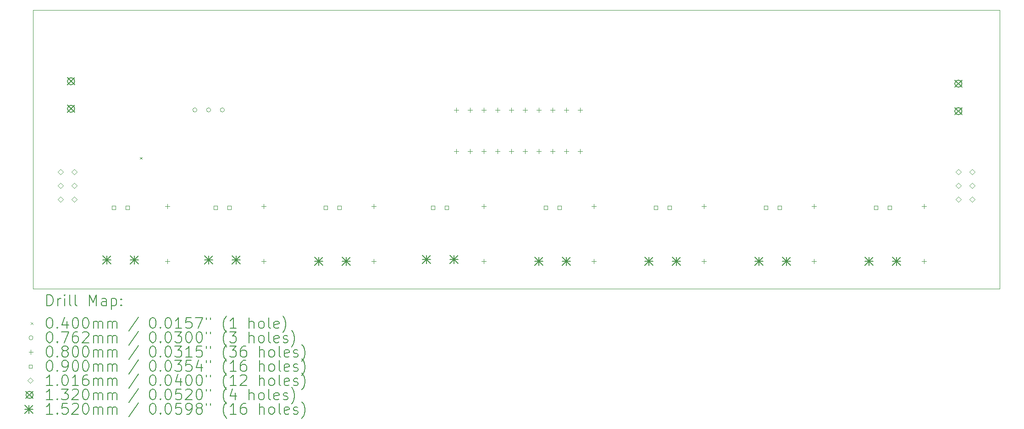
<source format=gbr>
%FSLAX45Y45*%
G04 Gerber Fmt 4.5, Leading zero omitted, Abs format (unit mm)*
G04 Created by KiCad (PCBNEW 6.0.2-378541a8eb~116~ubuntu20.04.1) date 2022-03-18 17:45:32*
%MOMM*%
%LPD*%
G01*
G04 APERTURE LIST*
%TA.AperFunction,Profile*%
%ADD10C,0.050000*%
%TD*%
%ADD11C,0.200000*%
%ADD12C,0.040000*%
%ADD13C,0.076200*%
%ADD14C,0.080000*%
%ADD15C,0.090000*%
%ADD16C,0.101600*%
%ADD17C,0.132000*%
%ADD18C,0.152000*%
G04 APERTURE END LIST*
D10*
X4127500Y-6794500D02*
X21971000Y-6794500D01*
X21971000Y-6794500D02*
X21971000Y-11938000D01*
X21971000Y-11938000D02*
X4127500Y-11938000D01*
X4127500Y-11938000D02*
X4127500Y-6794500D01*
D11*
D12*
X6101400Y-9505000D02*
X6141400Y-9545000D01*
X6141400Y-9505000D02*
X6101400Y-9545000D01*
D13*
X7150100Y-8636000D02*
G75*
G03*
X7150100Y-8636000I-38100J0D01*
G01*
X7404100Y-8636000D02*
G75*
G03*
X7404100Y-8636000I-38100J0D01*
G01*
X7658100Y-8636000D02*
G75*
G03*
X7658100Y-8636000I-38100J0D01*
G01*
D14*
X6604000Y-10374000D02*
X6604000Y-10454000D01*
X6564000Y-10414000D02*
X6644000Y-10414000D01*
X6604000Y-11390000D02*
X6604000Y-11470000D01*
X6564000Y-11430000D02*
X6644000Y-11430000D01*
X8382000Y-10374000D02*
X8382000Y-10454000D01*
X8342000Y-10414000D02*
X8422000Y-10414000D01*
X8382000Y-11390000D02*
X8382000Y-11470000D01*
X8342000Y-11430000D02*
X8422000Y-11430000D01*
X10414000Y-10374000D02*
X10414000Y-10454000D01*
X10374000Y-10414000D02*
X10454000Y-10414000D01*
X10414000Y-11390000D02*
X10414000Y-11470000D01*
X10374000Y-11430000D02*
X10454000Y-11430000D01*
X11938000Y-8596000D02*
X11938000Y-8676000D01*
X11898000Y-8636000D02*
X11978000Y-8636000D01*
X11938000Y-9358000D02*
X11938000Y-9438000D01*
X11898000Y-9398000D02*
X11978000Y-9398000D01*
X12192000Y-8596000D02*
X12192000Y-8676000D01*
X12152000Y-8636000D02*
X12232000Y-8636000D01*
X12192000Y-9358000D02*
X12192000Y-9438000D01*
X12152000Y-9398000D02*
X12232000Y-9398000D01*
X12446000Y-8596000D02*
X12446000Y-8676000D01*
X12406000Y-8636000D02*
X12486000Y-8636000D01*
X12446000Y-9358000D02*
X12446000Y-9438000D01*
X12406000Y-9398000D02*
X12486000Y-9398000D01*
X12446000Y-10374000D02*
X12446000Y-10454000D01*
X12406000Y-10414000D02*
X12486000Y-10414000D01*
X12446000Y-11390000D02*
X12446000Y-11470000D01*
X12406000Y-11430000D02*
X12486000Y-11430000D01*
X12700000Y-8596000D02*
X12700000Y-8676000D01*
X12660000Y-8636000D02*
X12740000Y-8636000D01*
X12700000Y-9358000D02*
X12700000Y-9438000D01*
X12660000Y-9398000D02*
X12740000Y-9398000D01*
X12954000Y-8596000D02*
X12954000Y-8676000D01*
X12914000Y-8636000D02*
X12994000Y-8636000D01*
X12954000Y-9358000D02*
X12954000Y-9438000D01*
X12914000Y-9398000D02*
X12994000Y-9398000D01*
X13208000Y-8596000D02*
X13208000Y-8676000D01*
X13168000Y-8636000D02*
X13248000Y-8636000D01*
X13208000Y-9358000D02*
X13208000Y-9438000D01*
X13168000Y-9398000D02*
X13248000Y-9398000D01*
X13462000Y-8596000D02*
X13462000Y-8676000D01*
X13422000Y-8636000D02*
X13502000Y-8636000D01*
X13462000Y-9358000D02*
X13462000Y-9438000D01*
X13422000Y-9398000D02*
X13502000Y-9398000D01*
X13716000Y-8596000D02*
X13716000Y-8676000D01*
X13676000Y-8636000D02*
X13756000Y-8636000D01*
X13716000Y-9358000D02*
X13716000Y-9438000D01*
X13676000Y-9398000D02*
X13756000Y-9398000D01*
X13970000Y-8596000D02*
X13970000Y-8676000D01*
X13930000Y-8636000D02*
X14010000Y-8636000D01*
X13970000Y-9358000D02*
X13970000Y-9438000D01*
X13930000Y-9398000D02*
X14010000Y-9398000D01*
X14224000Y-8596000D02*
X14224000Y-8676000D01*
X14184000Y-8636000D02*
X14264000Y-8636000D01*
X14224000Y-9358000D02*
X14224000Y-9438000D01*
X14184000Y-9398000D02*
X14264000Y-9398000D01*
X14478000Y-10374000D02*
X14478000Y-10454000D01*
X14438000Y-10414000D02*
X14518000Y-10414000D01*
X14478000Y-11390000D02*
X14478000Y-11470000D01*
X14438000Y-11430000D02*
X14518000Y-11430000D01*
X16510000Y-10374000D02*
X16510000Y-10454000D01*
X16470000Y-10414000D02*
X16550000Y-10414000D01*
X16510000Y-11390000D02*
X16510000Y-11470000D01*
X16470000Y-11430000D02*
X16550000Y-11430000D01*
X18542000Y-10374000D02*
X18542000Y-10454000D01*
X18502000Y-10414000D02*
X18582000Y-10414000D01*
X18542000Y-11390000D02*
X18542000Y-11470000D01*
X18502000Y-11430000D02*
X18582000Y-11430000D01*
X20574000Y-10374000D02*
X20574000Y-10454000D01*
X20534000Y-10414000D02*
X20614000Y-10414000D01*
X20574000Y-11390000D02*
X20574000Y-11470000D01*
X20534000Y-11430000D02*
X20614000Y-11430000D01*
D15*
X5644720Y-10471220D02*
X5644720Y-10407580D01*
X5581080Y-10407580D01*
X5581080Y-10471220D01*
X5644720Y-10471220D01*
X5898720Y-10471220D02*
X5898720Y-10407580D01*
X5835080Y-10407580D01*
X5835080Y-10471220D01*
X5898720Y-10471220D01*
X7524320Y-10471220D02*
X7524320Y-10407580D01*
X7460680Y-10407580D01*
X7460680Y-10471220D01*
X7524320Y-10471220D01*
X7778320Y-10471220D02*
X7778320Y-10407580D01*
X7714680Y-10407580D01*
X7714680Y-10471220D01*
X7778320Y-10471220D01*
X9556320Y-10471220D02*
X9556320Y-10407580D01*
X9492680Y-10407580D01*
X9492680Y-10471220D01*
X9556320Y-10471220D01*
X9810320Y-10471220D02*
X9810320Y-10407580D01*
X9746680Y-10407580D01*
X9746680Y-10471220D01*
X9810320Y-10471220D01*
X11537520Y-10471220D02*
X11537520Y-10407580D01*
X11473880Y-10407580D01*
X11473880Y-10471220D01*
X11537520Y-10471220D01*
X11791520Y-10471220D02*
X11791520Y-10407580D01*
X11727880Y-10407580D01*
X11727880Y-10471220D01*
X11791520Y-10471220D01*
X13620320Y-10471220D02*
X13620320Y-10407580D01*
X13556680Y-10407580D01*
X13556680Y-10471220D01*
X13620320Y-10471220D01*
X13874320Y-10471220D02*
X13874320Y-10407580D01*
X13810680Y-10407580D01*
X13810680Y-10471220D01*
X13874320Y-10471220D01*
X15652320Y-10471220D02*
X15652320Y-10407580D01*
X15588680Y-10407580D01*
X15588680Y-10471220D01*
X15652320Y-10471220D01*
X15906320Y-10471220D02*
X15906320Y-10407580D01*
X15842680Y-10407580D01*
X15842680Y-10471220D01*
X15906320Y-10471220D01*
X17684320Y-10471220D02*
X17684320Y-10407580D01*
X17620680Y-10407580D01*
X17620680Y-10471220D01*
X17684320Y-10471220D01*
X17938320Y-10471220D02*
X17938320Y-10407580D01*
X17874680Y-10407580D01*
X17874680Y-10471220D01*
X17938320Y-10471220D01*
X19716320Y-10471220D02*
X19716320Y-10407580D01*
X19652680Y-10407580D01*
X19652680Y-10471220D01*
X19716320Y-10471220D01*
X19970320Y-10471220D02*
X19970320Y-10407580D01*
X19906680Y-10407580D01*
X19906680Y-10471220D01*
X19970320Y-10471220D01*
D16*
X4635500Y-9829800D02*
X4686300Y-9779000D01*
X4635500Y-9728200D01*
X4584700Y-9779000D01*
X4635500Y-9829800D01*
X4635500Y-10083800D02*
X4686300Y-10033000D01*
X4635500Y-9982200D01*
X4584700Y-10033000D01*
X4635500Y-10083800D01*
X4635500Y-10337800D02*
X4686300Y-10287000D01*
X4635500Y-10236200D01*
X4584700Y-10287000D01*
X4635500Y-10337800D01*
X4889500Y-9829800D02*
X4940300Y-9779000D01*
X4889500Y-9728200D01*
X4838700Y-9779000D01*
X4889500Y-9829800D01*
X4889500Y-10083800D02*
X4940300Y-10033000D01*
X4889500Y-9982200D01*
X4838700Y-10033000D01*
X4889500Y-10083800D01*
X4889500Y-10337800D02*
X4940300Y-10287000D01*
X4889500Y-10236200D01*
X4838700Y-10287000D01*
X4889500Y-10337800D01*
X21209000Y-9829800D02*
X21259800Y-9779000D01*
X21209000Y-9728200D01*
X21158200Y-9779000D01*
X21209000Y-9829800D01*
X21209000Y-10083800D02*
X21259800Y-10033000D01*
X21209000Y-9982200D01*
X21158200Y-10033000D01*
X21209000Y-10083800D01*
X21209000Y-10337800D02*
X21259800Y-10287000D01*
X21209000Y-10236200D01*
X21158200Y-10287000D01*
X21209000Y-10337800D01*
X21463000Y-9829800D02*
X21513800Y-9779000D01*
X21463000Y-9728200D01*
X21412200Y-9779000D01*
X21463000Y-9829800D01*
X21463000Y-10083800D02*
X21513800Y-10033000D01*
X21463000Y-9982200D01*
X21412200Y-10033000D01*
X21463000Y-10083800D01*
X21463000Y-10337800D02*
X21513800Y-10287000D01*
X21463000Y-10236200D01*
X21412200Y-10287000D01*
X21463000Y-10337800D01*
D17*
X4760000Y-8039500D02*
X4892000Y-8171500D01*
X4892000Y-8039500D02*
X4760000Y-8171500D01*
X4892000Y-8105500D02*
G75*
G03*
X4892000Y-8105500I-66000J0D01*
G01*
X4760000Y-8547500D02*
X4892000Y-8679500D01*
X4892000Y-8547500D02*
X4760000Y-8679500D01*
X4892000Y-8613500D02*
G75*
G03*
X4892000Y-8613500I-66000J0D01*
G01*
X21143000Y-8084500D02*
X21275000Y-8216500D01*
X21275000Y-8084500D02*
X21143000Y-8216500D01*
X21275000Y-8150500D02*
G75*
G03*
X21275000Y-8150500I-66000J0D01*
G01*
X21143000Y-8592500D02*
X21275000Y-8724500D01*
X21275000Y-8592500D02*
X21143000Y-8724500D01*
X21275000Y-8658500D02*
G75*
G03*
X21275000Y-8658500I-66000J0D01*
G01*
D18*
X5410400Y-11328600D02*
X5562400Y-11480600D01*
X5562400Y-11328600D02*
X5410400Y-11480600D01*
X5486400Y-11328600D02*
X5486400Y-11480600D01*
X5410400Y-11404600D02*
X5562400Y-11404600D01*
X5918400Y-11328600D02*
X6070400Y-11480600D01*
X6070400Y-11328600D02*
X5918400Y-11480600D01*
X5994400Y-11328600D02*
X5994400Y-11480600D01*
X5918400Y-11404600D02*
X6070400Y-11404600D01*
X7290000Y-11328600D02*
X7442000Y-11480600D01*
X7442000Y-11328600D02*
X7290000Y-11480600D01*
X7366000Y-11328600D02*
X7366000Y-11480600D01*
X7290000Y-11404600D02*
X7442000Y-11404600D01*
X7798000Y-11328600D02*
X7950000Y-11480600D01*
X7950000Y-11328600D02*
X7798000Y-11480600D01*
X7874000Y-11328600D02*
X7874000Y-11480600D01*
X7798000Y-11404600D02*
X7950000Y-11404600D01*
X9322000Y-11354000D02*
X9474000Y-11506000D01*
X9474000Y-11354000D02*
X9322000Y-11506000D01*
X9398000Y-11354000D02*
X9398000Y-11506000D01*
X9322000Y-11430000D02*
X9474000Y-11430000D01*
X9830000Y-11354000D02*
X9982000Y-11506000D01*
X9982000Y-11354000D02*
X9830000Y-11506000D01*
X9906000Y-11354000D02*
X9906000Y-11506000D01*
X9830000Y-11430000D02*
X9982000Y-11430000D01*
X11311000Y-11322000D02*
X11463000Y-11474000D01*
X11463000Y-11322000D02*
X11311000Y-11474000D01*
X11387000Y-11322000D02*
X11387000Y-11474000D01*
X11311000Y-11398000D02*
X11463000Y-11398000D01*
X11819000Y-11322000D02*
X11971000Y-11474000D01*
X11971000Y-11322000D02*
X11819000Y-11474000D01*
X11895000Y-11322000D02*
X11895000Y-11474000D01*
X11819000Y-11398000D02*
X11971000Y-11398000D01*
X13386000Y-11354000D02*
X13538000Y-11506000D01*
X13538000Y-11354000D02*
X13386000Y-11506000D01*
X13462000Y-11354000D02*
X13462000Y-11506000D01*
X13386000Y-11430000D02*
X13538000Y-11430000D01*
X13894000Y-11354000D02*
X14046000Y-11506000D01*
X14046000Y-11354000D02*
X13894000Y-11506000D01*
X13970000Y-11354000D02*
X13970000Y-11506000D01*
X13894000Y-11430000D02*
X14046000Y-11430000D01*
X15418000Y-11354000D02*
X15570000Y-11506000D01*
X15570000Y-11354000D02*
X15418000Y-11506000D01*
X15494000Y-11354000D02*
X15494000Y-11506000D01*
X15418000Y-11430000D02*
X15570000Y-11430000D01*
X15926000Y-11354000D02*
X16078000Y-11506000D01*
X16078000Y-11354000D02*
X15926000Y-11506000D01*
X16002000Y-11354000D02*
X16002000Y-11506000D01*
X15926000Y-11430000D02*
X16078000Y-11430000D01*
X17450000Y-11354000D02*
X17602000Y-11506000D01*
X17602000Y-11354000D02*
X17450000Y-11506000D01*
X17526000Y-11354000D02*
X17526000Y-11506000D01*
X17450000Y-11430000D02*
X17602000Y-11430000D01*
X17958000Y-11354000D02*
X18110000Y-11506000D01*
X18110000Y-11354000D02*
X17958000Y-11506000D01*
X18034000Y-11354000D02*
X18034000Y-11506000D01*
X17958000Y-11430000D02*
X18110000Y-11430000D01*
X19482000Y-11354000D02*
X19634000Y-11506000D01*
X19634000Y-11354000D02*
X19482000Y-11506000D01*
X19558000Y-11354000D02*
X19558000Y-11506000D01*
X19482000Y-11430000D02*
X19634000Y-11430000D01*
X19990000Y-11354000D02*
X20142000Y-11506000D01*
X20142000Y-11354000D02*
X19990000Y-11506000D01*
X20066000Y-11354000D02*
X20066000Y-11506000D01*
X19990000Y-11430000D02*
X20142000Y-11430000D01*
D11*
X4382619Y-12250976D02*
X4382619Y-12050976D01*
X4430238Y-12050976D01*
X4458810Y-12060500D01*
X4477857Y-12079548D01*
X4487381Y-12098595D01*
X4496905Y-12136690D01*
X4496905Y-12165262D01*
X4487381Y-12203357D01*
X4477857Y-12222405D01*
X4458810Y-12241452D01*
X4430238Y-12250976D01*
X4382619Y-12250976D01*
X4582619Y-12250976D02*
X4582619Y-12117643D01*
X4582619Y-12155738D02*
X4592143Y-12136690D01*
X4601667Y-12127167D01*
X4620714Y-12117643D01*
X4639762Y-12117643D01*
X4706429Y-12250976D02*
X4706429Y-12117643D01*
X4706429Y-12050976D02*
X4696905Y-12060500D01*
X4706429Y-12070024D01*
X4715952Y-12060500D01*
X4706429Y-12050976D01*
X4706429Y-12070024D01*
X4830238Y-12250976D02*
X4811190Y-12241452D01*
X4801667Y-12222405D01*
X4801667Y-12050976D01*
X4935000Y-12250976D02*
X4915952Y-12241452D01*
X4906429Y-12222405D01*
X4906429Y-12050976D01*
X5163571Y-12250976D02*
X5163571Y-12050976D01*
X5230238Y-12193833D01*
X5296905Y-12050976D01*
X5296905Y-12250976D01*
X5477857Y-12250976D02*
X5477857Y-12146214D01*
X5468333Y-12127167D01*
X5449286Y-12117643D01*
X5411190Y-12117643D01*
X5392143Y-12127167D01*
X5477857Y-12241452D02*
X5458810Y-12250976D01*
X5411190Y-12250976D01*
X5392143Y-12241452D01*
X5382619Y-12222405D01*
X5382619Y-12203357D01*
X5392143Y-12184309D01*
X5411190Y-12174786D01*
X5458810Y-12174786D01*
X5477857Y-12165262D01*
X5573095Y-12117643D02*
X5573095Y-12317643D01*
X5573095Y-12127167D02*
X5592143Y-12117643D01*
X5630238Y-12117643D01*
X5649286Y-12127167D01*
X5658809Y-12136690D01*
X5668333Y-12155738D01*
X5668333Y-12212881D01*
X5658809Y-12231928D01*
X5649286Y-12241452D01*
X5630238Y-12250976D01*
X5592143Y-12250976D01*
X5573095Y-12241452D01*
X5754048Y-12231928D02*
X5763571Y-12241452D01*
X5754048Y-12250976D01*
X5744524Y-12241452D01*
X5754048Y-12231928D01*
X5754048Y-12250976D01*
X5754048Y-12127167D02*
X5763571Y-12136690D01*
X5754048Y-12146214D01*
X5744524Y-12136690D01*
X5754048Y-12127167D01*
X5754048Y-12146214D01*
D12*
X4085000Y-12560500D02*
X4125000Y-12600500D01*
X4125000Y-12560500D02*
X4085000Y-12600500D01*
D11*
X4420714Y-12470976D02*
X4439762Y-12470976D01*
X4458810Y-12480500D01*
X4468333Y-12490024D01*
X4477857Y-12509071D01*
X4487381Y-12547167D01*
X4487381Y-12594786D01*
X4477857Y-12632881D01*
X4468333Y-12651928D01*
X4458810Y-12661452D01*
X4439762Y-12670976D01*
X4420714Y-12670976D01*
X4401667Y-12661452D01*
X4392143Y-12651928D01*
X4382619Y-12632881D01*
X4373095Y-12594786D01*
X4373095Y-12547167D01*
X4382619Y-12509071D01*
X4392143Y-12490024D01*
X4401667Y-12480500D01*
X4420714Y-12470976D01*
X4573095Y-12651928D02*
X4582619Y-12661452D01*
X4573095Y-12670976D01*
X4563571Y-12661452D01*
X4573095Y-12651928D01*
X4573095Y-12670976D01*
X4754048Y-12537643D02*
X4754048Y-12670976D01*
X4706429Y-12461452D02*
X4658810Y-12604309D01*
X4782619Y-12604309D01*
X4896905Y-12470976D02*
X4915952Y-12470976D01*
X4935000Y-12480500D01*
X4944524Y-12490024D01*
X4954048Y-12509071D01*
X4963571Y-12547167D01*
X4963571Y-12594786D01*
X4954048Y-12632881D01*
X4944524Y-12651928D01*
X4935000Y-12661452D01*
X4915952Y-12670976D01*
X4896905Y-12670976D01*
X4877857Y-12661452D01*
X4868333Y-12651928D01*
X4858810Y-12632881D01*
X4849286Y-12594786D01*
X4849286Y-12547167D01*
X4858810Y-12509071D01*
X4868333Y-12490024D01*
X4877857Y-12480500D01*
X4896905Y-12470976D01*
X5087381Y-12470976D02*
X5106429Y-12470976D01*
X5125476Y-12480500D01*
X5135000Y-12490024D01*
X5144524Y-12509071D01*
X5154048Y-12547167D01*
X5154048Y-12594786D01*
X5144524Y-12632881D01*
X5135000Y-12651928D01*
X5125476Y-12661452D01*
X5106429Y-12670976D01*
X5087381Y-12670976D01*
X5068333Y-12661452D01*
X5058810Y-12651928D01*
X5049286Y-12632881D01*
X5039762Y-12594786D01*
X5039762Y-12547167D01*
X5049286Y-12509071D01*
X5058810Y-12490024D01*
X5068333Y-12480500D01*
X5087381Y-12470976D01*
X5239762Y-12670976D02*
X5239762Y-12537643D01*
X5239762Y-12556690D02*
X5249286Y-12547167D01*
X5268333Y-12537643D01*
X5296905Y-12537643D01*
X5315952Y-12547167D01*
X5325476Y-12566214D01*
X5325476Y-12670976D01*
X5325476Y-12566214D02*
X5335000Y-12547167D01*
X5354048Y-12537643D01*
X5382619Y-12537643D01*
X5401667Y-12547167D01*
X5411190Y-12566214D01*
X5411190Y-12670976D01*
X5506429Y-12670976D02*
X5506429Y-12537643D01*
X5506429Y-12556690D02*
X5515952Y-12547167D01*
X5535000Y-12537643D01*
X5563571Y-12537643D01*
X5582619Y-12547167D01*
X5592143Y-12566214D01*
X5592143Y-12670976D01*
X5592143Y-12566214D02*
X5601667Y-12547167D01*
X5620714Y-12537643D01*
X5649286Y-12537643D01*
X5668333Y-12547167D01*
X5677857Y-12566214D01*
X5677857Y-12670976D01*
X6068333Y-12461452D02*
X5896905Y-12718595D01*
X6325476Y-12470976D02*
X6344524Y-12470976D01*
X6363571Y-12480500D01*
X6373095Y-12490024D01*
X6382619Y-12509071D01*
X6392143Y-12547167D01*
X6392143Y-12594786D01*
X6382619Y-12632881D01*
X6373095Y-12651928D01*
X6363571Y-12661452D01*
X6344524Y-12670976D01*
X6325476Y-12670976D01*
X6306428Y-12661452D01*
X6296905Y-12651928D01*
X6287381Y-12632881D01*
X6277857Y-12594786D01*
X6277857Y-12547167D01*
X6287381Y-12509071D01*
X6296905Y-12490024D01*
X6306428Y-12480500D01*
X6325476Y-12470976D01*
X6477857Y-12651928D02*
X6487381Y-12661452D01*
X6477857Y-12670976D01*
X6468333Y-12661452D01*
X6477857Y-12651928D01*
X6477857Y-12670976D01*
X6611190Y-12470976D02*
X6630238Y-12470976D01*
X6649286Y-12480500D01*
X6658809Y-12490024D01*
X6668333Y-12509071D01*
X6677857Y-12547167D01*
X6677857Y-12594786D01*
X6668333Y-12632881D01*
X6658809Y-12651928D01*
X6649286Y-12661452D01*
X6630238Y-12670976D01*
X6611190Y-12670976D01*
X6592143Y-12661452D01*
X6582619Y-12651928D01*
X6573095Y-12632881D01*
X6563571Y-12594786D01*
X6563571Y-12547167D01*
X6573095Y-12509071D01*
X6582619Y-12490024D01*
X6592143Y-12480500D01*
X6611190Y-12470976D01*
X6868333Y-12670976D02*
X6754048Y-12670976D01*
X6811190Y-12670976D02*
X6811190Y-12470976D01*
X6792143Y-12499548D01*
X6773095Y-12518595D01*
X6754048Y-12528119D01*
X7049286Y-12470976D02*
X6954048Y-12470976D01*
X6944524Y-12566214D01*
X6954048Y-12556690D01*
X6973095Y-12547167D01*
X7020714Y-12547167D01*
X7039762Y-12556690D01*
X7049286Y-12566214D01*
X7058809Y-12585262D01*
X7058809Y-12632881D01*
X7049286Y-12651928D01*
X7039762Y-12661452D01*
X7020714Y-12670976D01*
X6973095Y-12670976D01*
X6954048Y-12661452D01*
X6944524Y-12651928D01*
X7125476Y-12470976D02*
X7258809Y-12470976D01*
X7173095Y-12670976D01*
X7325476Y-12470976D02*
X7325476Y-12509071D01*
X7401667Y-12470976D02*
X7401667Y-12509071D01*
X7696905Y-12747167D02*
X7687381Y-12737643D01*
X7668333Y-12709071D01*
X7658809Y-12690024D01*
X7649286Y-12661452D01*
X7639762Y-12613833D01*
X7639762Y-12575738D01*
X7649286Y-12528119D01*
X7658809Y-12499548D01*
X7668333Y-12480500D01*
X7687381Y-12451928D01*
X7696905Y-12442405D01*
X7877857Y-12670976D02*
X7763571Y-12670976D01*
X7820714Y-12670976D02*
X7820714Y-12470976D01*
X7801667Y-12499548D01*
X7782619Y-12518595D01*
X7763571Y-12528119D01*
X8115952Y-12670976D02*
X8115952Y-12470976D01*
X8201667Y-12670976D02*
X8201667Y-12566214D01*
X8192143Y-12547167D01*
X8173095Y-12537643D01*
X8144524Y-12537643D01*
X8125476Y-12547167D01*
X8115952Y-12556690D01*
X8325476Y-12670976D02*
X8306428Y-12661452D01*
X8296905Y-12651928D01*
X8287381Y-12632881D01*
X8287381Y-12575738D01*
X8296905Y-12556690D01*
X8306428Y-12547167D01*
X8325476Y-12537643D01*
X8354048Y-12537643D01*
X8373095Y-12547167D01*
X8382619Y-12556690D01*
X8392143Y-12575738D01*
X8392143Y-12632881D01*
X8382619Y-12651928D01*
X8373095Y-12661452D01*
X8354048Y-12670976D01*
X8325476Y-12670976D01*
X8506429Y-12670976D02*
X8487381Y-12661452D01*
X8477857Y-12642405D01*
X8477857Y-12470976D01*
X8658810Y-12661452D02*
X8639762Y-12670976D01*
X8601667Y-12670976D01*
X8582619Y-12661452D01*
X8573095Y-12642405D01*
X8573095Y-12566214D01*
X8582619Y-12547167D01*
X8601667Y-12537643D01*
X8639762Y-12537643D01*
X8658810Y-12547167D01*
X8668333Y-12566214D01*
X8668333Y-12585262D01*
X8573095Y-12604309D01*
X8735000Y-12747167D02*
X8744524Y-12737643D01*
X8763571Y-12709071D01*
X8773095Y-12690024D01*
X8782619Y-12661452D01*
X8792143Y-12613833D01*
X8792143Y-12575738D01*
X8782619Y-12528119D01*
X8773095Y-12499548D01*
X8763571Y-12480500D01*
X8744524Y-12451928D01*
X8735000Y-12442405D01*
D13*
X4125000Y-12844500D02*
G75*
G03*
X4125000Y-12844500I-38100J0D01*
G01*
D11*
X4420714Y-12734976D02*
X4439762Y-12734976D01*
X4458810Y-12744500D01*
X4468333Y-12754024D01*
X4477857Y-12773071D01*
X4487381Y-12811167D01*
X4487381Y-12858786D01*
X4477857Y-12896881D01*
X4468333Y-12915928D01*
X4458810Y-12925452D01*
X4439762Y-12934976D01*
X4420714Y-12934976D01*
X4401667Y-12925452D01*
X4392143Y-12915928D01*
X4382619Y-12896881D01*
X4373095Y-12858786D01*
X4373095Y-12811167D01*
X4382619Y-12773071D01*
X4392143Y-12754024D01*
X4401667Y-12744500D01*
X4420714Y-12734976D01*
X4573095Y-12915928D02*
X4582619Y-12925452D01*
X4573095Y-12934976D01*
X4563571Y-12925452D01*
X4573095Y-12915928D01*
X4573095Y-12934976D01*
X4649286Y-12734976D02*
X4782619Y-12734976D01*
X4696905Y-12934976D01*
X4944524Y-12734976D02*
X4906429Y-12734976D01*
X4887381Y-12744500D01*
X4877857Y-12754024D01*
X4858810Y-12782595D01*
X4849286Y-12820690D01*
X4849286Y-12896881D01*
X4858810Y-12915928D01*
X4868333Y-12925452D01*
X4887381Y-12934976D01*
X4925476Y-12934976D01*
X4944524Y-12925452D01*
X4954048Y-12915928D01*
X4963571Y-12896881D01*
X4963571Y-12849262D01*
X4954048Y-12830214D01*
X4944524Y-12820690D01*
X4925476Y-12811167D01*
X4887381Y-12811167D01*
X4868333Y-12820690D01*
X4858810Y-12830214D01*
X4849286Y-12849262D01*
X5039762Y-12754024D02*
X5049286Y-12744500D01*
X5068333Y-12734976D01*
X5115952Y-12734976D01*
X5135000Y-12744500D01*
X5144524Y-12754024D01*
X5154048Y-12773071D01*
X5154048Y-12792119D01*
X5144524Y-12820690D01*
X5030238Y-12934976D01*
X5154048Y-12934976D01*
X5239762Y-12934976D02*
X5239762Y-12801643D01*
X5239762Y-12820690D02*
X5249286Y-12811167D01*
X5268333Y-12801643D01*
X5296905Y-12801643D01*
X5315952Y-12811167D01*
X5325476Y-12830214D01*
X5325476Y-12934976D01*
X5325476Y-12830214D02*
X5335000Y-12811167D01*
X5354048Y-12801643D01*
X5382619Y-12801643D01*
X5401667Y-12811167D01*
X5411190Y-12830214D01*
X5411190Y-12934976D01*
X5506429Y-12934976D02*
X5506429Y-12801643D01*
X5506429Y-12820690D02*
X5515952Y-12811167D01*
X5535000Y-12801643D01*
X5563571Y-12801643D01*
X5582619Y-12811167D01*
X5592143Y-12830214D01*
X5592143Y-12934976D01*
X5592143Y-12830214D02*
X5601667Y-12811167D01*
X5620714Y-12801643D01*
X5649286Y-12801643D01*
X5668333Y-12811167D01*
X5677857Y-12830214D01*
X5677857Y-12934976D01*
X6068333Y-12725452D02*
X5896905Y-12982595D01*
X6325476Y-12734976D02*
X6344524Y-12734976D01*
X6363571Y-12744500D01*
X6373095Y-12754024D01*
X6382619Y-12773071D01*
X6392143Y-12811167D01*
X6392143Y-12858786D01*
X6382619Y-12896881D01*
X6373095Y-12915928D01*
X6363571Y-12925452D01*
X6344524Y-12934976D01*
X6325476Y-12934976D01*
X6306428Y-12925452D01*
X6296905Y-12915928D01*
X6287381Y-12896881D01*
X6277857Y-12858786D01*
X6277857Y-12811167D01*
X6287381Y-12773071D01*
X6296905Y-12754024D01*
X6306428Y-12744500D01*
X6325476Y-12734976D01*
X6477857Y-12915928D02*
X6487381Y-12925452D01*
X6477857Y-12934976D01*
X6468333Y-12925452D01*
X6477857Y-12915928D01*
X6477857Y-12934976D01*
X6611190Y-12734976D02*
X6630238Y-12734976D01*
X6649286Y-12744500D01*
X6658809Y-12754024D01*
X6668333Y-12773071D01*
X6677857Y-12811167D01*
X6677857Y-12858786D01*
X6668333Y-12896881D01*
X6658809Y-12915928D01*
X6649286Y-12925452D01*
X6630238Y-12934976D01*
X6611190Y-12934976D01*
X6592143Y-12925452D01*
X6582619Y-12915928D01*
X6573095Y-12896881D01*
X6563571Y-12858786D01*
X6563571Y-12811167D01*
X6573095Y-12773071D01*
X6582619Y-12754024D01*
X6592143Y-12744500D01*
X6611190Y-12734976D01*
X6744524Y-12734976D02*
X6868333Y-12734976D01*
X6801667Y-12811167D01*
X6830238Y-12811167D01*
X6849286Y-12820690D01*
X6858809Y-12830214D01*
X6868333Y-12849262D01*
X6868333Y-12896881D01*
X6858809Y-12915928D01*
X6849286Y-12925452D01*
X6830238Y-12934976D01*
X6773095Y-12934976D01*
X6754048Y-12925452D01*
X6744524Y-12915928D01*
X6992143Y-12734976D02*
X7011190Y-12734976D01*
X7030238Y-12744500D01*
X7039762Y-12754024D01*
X7049286Y-12773071D01*
X7058809Y-12811167D01*
X7058809Y-12858786D01*
X7049286Y-12896881D01*
X7039762Y-12915928D01*
X7030238Y-12925452D01*
X7011190Y-12934976D01*
X6992143Y-12934976D01*
X6973095Y-12925452D01*
X6963571Y-12915928D01*
X6954048Y-12896881D01*
X6944524Y-12858786D01*
X6944524Y-12811167D01*
X6954048Y-12773071D01*
X6963571Y-12754024D01*
X6973095Y-12744500D01*
X6992143Y-12734976D01*
X7182619Y-12734976D02*
X7201667Y-12734976D01*
X7220714Y-12744500D01*
X7230238Y-12754024D01*
X7239762Y-12773071D01*
X7249286Y-12811167D01*
X7249286Y-12858786D01*
X7239762Y-12896881D01*
X7230238Y-12915928D01*
X7220714Y-12925452D01*
X7201667Y-12934976D01*
X7182619Y-12934976D01*
X7163571Y-12925452D01*
X7154048Y-12915928D01*
X7144524Y-12896881D01*
X7135000Y-12858786D01*
X7135000Y-12811167D01*
X7144524Y-12773071D01*
X7154048Y-12754024D01*
X7163571Y-12744500D01*
X7182619Y-12734976D01*
X7325476Y-12734976D02*
X7325476Y-12773071D01*
X7401667Y-12734976D02*
X7401667Y-12773071D01*
X7696905Y-13011167D02*
X7687381Y-13001643D01*
X7668333Y-12973071D01*
X7658809Y-12954024D01*
X7649286Y-12925452D01*
X7639762Y-12877833D01*
X7639762Y-12839738D01*
X7649286Y-12792119D01*
X7658809Y-12763548D01*
X7668333Y-12744500D01*
X7687381Y-12715928D01*
X7696905Y-12706405D01*
X7754048Y-12734976D02*
X7877857Y-12734976D01*
X7811190Y-12811167D01*
X7839762Y-12811167D01*
X7858809Y-12820690D01*
X7868333Y-12830214D01*
X7877857Y-12849262D01*
X7877857Y-12896881D01*
X7868333Y-12915928D01*
X7858809Y-12925452D01*
X7839762Y-12934976D01*
X7782619Y-12934976D01*
X7763571Y-12925452D01*
X7754048Y-12915928D01*
X8115952Y-12934976D02*
X8115952Y-12734976D01*
X8201667Y-12934976D02*
X8201667Y-12830214D01*
X8192143Y-12811167D01*
X8173095Y-12801643D01*
X8144524Y-12801643D01*
X8125476Y-12811167D01*
X8115952Y-12820690D01*
X8325476Y-12934976D02*
X8306428Y-12925452D01*
X8296905Y-12915928D01*
X8287381Y-12896881D01*
X8287381Y-12839738D01*
X8296905Y-12820690D01*
X8306428Y-12811167D01*
X8325476Y-12801643D01*
X8354048Y-12801643D01*
X8373095Y-12811167D01*
X8382619Y-12820690D01*
X8392143Y-12839738D01*
X8392143Y-12896881D01*
X8382619Y-12915928D01*
X8373095Y-12925452D01*
X8354048Y-12934976D01*
X8325476Y-12934976D01*
X8506429Y-12934976D02*
X8487381Y-12925452D01*
X8477857Y-12906405D01*
X8477857Y-12734976D01*
X8658810Y-12925452D02*
X8639762Y-12934976D01*
X8601667Y-12934976D01*
X8582619Y-12925452D01*
X8573095Y-12906405D01*
X8573095Y-12830214D01*
X8582619Y-12811167D01*
X8601667Y-12801643D01*
X8639762Y-12801643D01*
X8658810Y-12811167D01*
X8668333Y-12830214D01*
X8668333Y-12849262D01*
X8573095Y-12868309D01*
X8744524Y-12925452D02*
X8763571Y-12934976D01*
X8801667Y-12934976D01*
X8820714Y-12925452D01*
X8830238Y-12906405D01*
X8830238Y-12896881D01*
X8820714Y-12877833D01*
X8801667Y-12868309D01*
X8773095Y-12868309D01*
X8754048Y-12858786D01*
X8744524Y-12839738D01*
X8744524Y-12830214D01*
X8754048Y-12811167D01*
X8773095Y-12801643D01*
X8801667Y-12801643D01*
X8820714Y-12811167D01*
X8896905Y-13011167D02*
X8906429Y-13001643D01*
X8925476Y-12973071D01*
X8935000Y-12954024D01*
X8944524Y-12925452D01*
X8954048Y-12877833D01*
X8954048Y-12839738D01*
X8944524Y-12792119D01*
X8935000Y-12763548D01*
X8925476Y-12744500D01*
X8906429Y-12715928D01*
X8896905Y-12706405D01*
D14*
X4085000Y-13068500D02*
X4085000Y-13148500D01*
X4045000Y-13108500D02*
X4125000Y-13108500D01*
D11*
X4420714Y-12998976D02*
X4439762Y-12998976D01*
X4458810Y-13008500D01*
X4468333Y-13018024D01*
X4477857Y-13037071D01*
X4487381Y-13075167D01*
X4487381Y-13122786D01*
X4477857Y-13160881D01*
X4468333Y-13179928D01*
X4458810Y-13189452D01*
X4439762Y-13198976D01*
X4420714Y-13198976D01*
X4401667Y-13189452D01*
X4392143Y-13179928D01*
X4382619Y-13160881D01*
X4373095Y-13122786D01*
X4373095Y-13075167D01*
X4382619Y-13037071D01*
X4392143Y-13018024D01*
X4401667Y-13008500D01*
X4420714Y-12998976D01*
X4573095Y-13179928D02*
X4582619Y-13189452D01*
X4573095Y-13198976D01*
X4563571Y-13189452D01*
X4573095Y-13179928D01*
X4573095Y-13198976D01*
X4696905Y-13084690D02*
X4677857Y-13075167D01*
X4668333Y-13065643D01*
X4658810Y-13046595D01*
X4658810Y-13037071D01*
X4668333Y-13018024D01*
X4677857Y-13008500D01*
X4696905Y-12998976D01*
X4735000Y-12998976D01*
X4754048Y-13008500D01*
X4763571Y-13018024D01*
X4773095Y-13037071D01*
X4773095Y-13046595D01*
X4763571Y-13065643D01*
X4754048Y-13075167D01*
X4735000Y-13084690D01*
X4696905Y-13084690D01*
X4677857Y-13094214D01*
X4668333Y-13103738D01*
X4658810Y-13122786D01*
X4658810Y-13160881D01*
X4668333Y-13179928D01*
X4677857Y-13189452D01*
X4696905Y-13198976D01*
X4735000Y-13198976D01*
X4754048Y-13189452D01*
X4763571Y-13179928D01*
X4773095Y-13160881D01*
X4773095Y-13122786D01*
X4763571Y-13103738D01*
X4754048Y-13094214D01*
X4735000Y-13084690D01*
X4896905Y-12998976D02*
X4915952Y-12998976D01*
X4935000Y-13008500D01*
X4944524Y-13018024D01*
X4954048Y-13037071D01*
X4963571Y-13075167D01*
X4963571Y-13122786D01*
X4954048Y-13160881D01*
X4944524Y-13179928D01*
X4935000Y-13189452D01*
X4915952Y-13198976D01*
X4896905Y-13198976D01*
X4877857Y-13189452D01*
X4868333Y-13179928D01*
X4858810Y-13160881D01*
X4849286Y-13122786D01*
X4849286Y-13075167D01*
X4858810Y-13037071D01*
X4868333Y-13018024D01*
X4877857Y-13008500D01*
X4896905Y-12998976D01*
X5087381Y-12998976D02*
X5106429Y-12998976D01*
X5125476Y-13008500D01*
X5135000Y-13018024D01*
X5144524Y-13037071D01*
X5154048Y-13075167D01*
X5154048Y-13122786D01*
X5144524Y-13160881D01*
X5135000Y-13179928D01*
X5125476Y-13189452D01*
X5106429Y-13198976D01*
X5087381Y-13198976D01*
X5068333Y-13189452D01*
X5058810Y-13179928D01*
X5049286Y-13160881D01*
X5039762Y-13122786D01*
X5039762Y-13075167D01*
X5049286Y-13037071D01*
X5058810Y-13018024D01*
X5068333Y-13008500D01*
X5087381Y-12998976D01*
X5239762Y-13198976D02*
X5239762Y-13065643D01*
X5239762Y-13084690D02*
X5249286Y-13075167D01*
X5268333Y-13065643D01*
X5296905Y-13065643D01*
X5315952Y-13075167D01*
X5325476Y-13094214D01*
X5325476Y-13198976D01*
X5325476Y-13094214D02*
X5335000Y-13075167D01*
X5354048Y-13065643D01*
X5382619Y-13065643D01*
X5401667Y-13075167D01*
X5411190Y-13094214D01*
X5411190Y-13198976D01*
X5506429Y-13198976D02*
X5506429Y-13065643D01*
X5506429Y-13084690D02*
X5515952Y-13075167D01*
X5535000Y-13065643D01*
X5563571Y-13065643D01*
X5582619Y-13075167D01*
X5592143Y-13094214D01*
X5592143Y-13198976D01*
X5592143Y-13094214D02*
X5601667Y-13075167D01*
X5620714Y-13065643D01*
X5649286Y-13065643D01*
X5668333Y-13075167D01*
X5677857Y-13094214D01*
X5677857Y-13198976D01*
X6068333Y-12989452D02*
X5896905Y-13246595D01*
X6325476Y-12998976D02*
X6344524Y-12998976D01*
X6363571Y-13008500D01*
X6373095Y-13018024D01*
X6382619Y-13037071D01*
X6392143Y-13075167D01*
X6392143Y-13122786D01*
X6382619Y-13160881D01*
X6373095Y-13179928D01*
X6363571Y-13189452D01*
X6344524Y-13198976D01*
X6325476Y-13198976D01*
X6306428Y-13189452D01*
X6296905Y-13179928D01*
X6287381Y-13160881D01*
X6277857Y-13122786D01*
X6277857Y-13075167D01*
X6287381Y-13037071D01*
X6296905Y-13018024D01*
X6306428Y-13008500D01*
X6325476Y-12998976D01*
X6477857Y-13179928D02*
X6487381Y-13189452D01*
X6477857Y-13198976D01*
X6468333Y-13189452D01*
X6477857Y-13179928D01*
X6477857Y-13198976D01*
X6611190Y-12998976D02*
X6630238Y-12998976D01*
X6649286Y-13008500D01*
X6658809Y-13018024D01*
X6668333Y-13037071D01*
X6677857Y-13075167D01*
X6677857Y-13122786D01*
X6668333Y-13160881D01*
X6658809Y-13179928D01*
X6649286Y-13189452D01*
X6630238Y-13198976D01*
X6611190Y-13198976D01*
X6592143Y-13189452D01*
X6582619Y-13179928D01*
X6573095Y-13160881D01*
X6563571Y-13122786D01*
X6563571Y-13075167D01*
X6573095Y-13037071D01*
X6582619Y-13018024D01*
X6592143Y-13008500D01*
X6611190Y-12998976D01*
X6744524Y-12998976D02*
X6868333Y-12998976D01*
X6801667Y-13075167D01*
X6830238Y-13075167D01*
X6849286Y-13084690D01*
X6858809Y-13094214D01*
X6868333Y-13113262D01*
X6868333Y-13160881D01*
X6858809Y-13179928D01*
X6849286Y-13189452D01*
X6830238Y-13198976D01*
X6773095Y-13198976D01*
X6754048Y-13189452D01*
X6744524Y-13179928D01*
X7058809Y-13198976D02*
X6944524Y-13198976D01*
X7001667Y-13198976D02*
X7001667Y-12998976D01*
X6982619Y-13027548D01*
X6963571Y-13046595D01*
X6944524Y-13056119D01*
X7239762Y-12998976D02*
X7144524Y-12998976D01*
X7135000Y-13094214D01*
X7144524Y-13084690D01*
X7163571Y-13075167D01*
X7211190Y-13075167D01*
X7230238Y-13084690D01*
X7239762Y-13094214D01*
X7249286Y-13113262D01*
X7249286Y-13160881D01*
X7239762Y-13179928D01*
X7230238Y-13189452D01*
X7211190Y-13198976D01*
X7163571Y-13198976D01*
X7144524Y-13189452D01*
X7135000Y-13179928D01*
X7325476Y-12998976D02*
X7325476Y-13037071D01*
X7401667Y-12998976D02*
X7401667Y-13037071D01*
X7696905Y-13275167D02*
X7687381Y-13265643D01*
X7668333Y-13237071D01*
X7658809Y-13218024D01*
X7649286Y-13189452D01*
X7639762Y-13141833D01*
X7639762Y-13103738D01*
X7649286Y-13056119D01*
X7658809Y-13027548D01*
X7668333Y-13008500D01*
X7687381Y-12979928D01*
X7696905Y-12970405D01*
X7754048Y-12998976D02*
X7877857Y-12998976D01*
X7811190Y-13075167D01*
X7839762Y-13075167D01*
X7858809Y-13084690D01*
X7868333Y-13094214D01*
X7877857Y-13113262D01*
X7877857Y-13160881D01*
X7868333Y-13179928D01*
X7858809Y-13189452D01*
X7839762Y-13198976D01*
X7782619Y-13198976D01*
X7763571Y-13189452D01*
X7754048Y-13179928D01*
X8049286Y-12998976D02*
X8011190Y-12998976D01*
X7992143Y-13008500D01*
X7982619Y-13018024D01*
X7963571Y-13046595D01*
X7954048Y-13084690D01*
X7954048Y-13160881D01*
X7963571Y-13179928D01*
X7973095Y-13189452D01*
X7992143Y-13198976D01*
X8030238Y-13198976D01*
X8049286Y-13189452D01*
X8058809Y-13179928D01*
X8068333Y-13160881D01*
X8068333Y-13113262D01*
X8058809Y-13094214D01*
X8049286Y-13084690D01*
X8030238Y-13075167D01*
X7992143Y-13075167D01*
X7973095Y-13084690D01*
X7963571Y-13094214D01*
X7954048Y-13113262D01*
X8306428Y-13198976D02*
X8306428Y-12998976D01*
X8392143Y-13198976D02*
X8392143Y-13094214D01*
X8382619Y-13075167D01*
X8363571Y-13065643D01*
X8335000Y-13065643D01*
X8315952Y-13075167D01*
X8306428Y-13084690D01*
X8515952Y-13198976D02*
X8496905Y-13189452D01*
X8487381Y-13179928D01*
X8477857Y-13160881D01*
X8477857Y-13103738D01*
X8487381Y-13084690D01*
X8496905Y-13075167D01*
X8515952Y-13065643D01*
X8544524Y-13065643D01*
X8563571Y-13075167D01*
X8573095Y-13084690D01*
X8582619Y-13103738D01*
X8582619Y-13160881D01*
X8573095Y-13179928D01*
X8563571Y-13189452D01*
X8544524Y-13198976D01*
X8515952Y-13198976D01*
X8696905Y-13198976D02*
X8677857Y-13189452D01*
X8668333Y-13170405D01*
X8668333Y-12998976D01*
X8849286Y-13189452D02*
X8830238Y-13198976D01*
X8792143Y-13198976D01*
X8773095Y-13189452D01*
X8763571Y-13170405D01*
X8763571Y-13094214D01*
X8773095Y-13075167D01*
X8792143Y-13065643D01*
X8830238Y-13065643D01*
X8849286Y-13075167D01*
X8858810Y-13094214D01*
X8858810Y-13113262D01*
X8763571Y-13132309D01*
X8935000Y-13189452D02*
X8954048Y-13198976D01*
X8992143Y-13198976D01*
X9011190Y-13189452D01*
X9020714Y-13170405D01*
X9020714Y-13160881D01*
X9011190Y-13141833D01*
X8992143Y-13132309D01*
X8963571Y-13132309D01*
X8944524Y-13122786D01*
X8935000Y-13103738D01*
X8935000Y-13094214D01*
X8944524Y-13075167D01*
X8963571Y-13065643D01*
X8992143Y-13065643D01*
X9011190Y-13075167D01*
X9087381Y-13275167D02*
X9096905Y-13265643D01*
X9115952Y-13237071D01*
X9125476Y-13218024D01*
X9135000Y-13189452D01*
X9144524Y-13141833D01*
X9144524Y-13103738D01*
X9135000Y-13056119D01*
X9125476Y-13027548D01*
X9115952Y-13008500D01*
X9096905Y-12979928D01*
X9087381Y-12970405D01*
D15*
X4111820Y-13404320D02*
X4111820Y-13340680D01*
X4048180Y-13340680D01*
X4048180Y-13404320D01*
X4111820Y-13404320D01*
D11*
X4420714Y-13262976D02*
X4439762Y-13262976D01*
X4458810Y-13272500D01*
X4468333Y-13282024D01*
X4477857Y-13301071D01*
X4487381Y-13339167D01*
X4487381Y-13386786D01*
X4477857Y-13424881D01*
X4468333Y-13443928D01*
X4458810Y-13453452D01*
X4439762Y-13462976D01*
X4420714Y-13462976D01*
X4401667Y-13453452D01*
X4392143Y-13443928D01*
X4382619Y-13424881D01*
X4373095Y-13386786D01*
X4373095Y-13339167D01*
X4382619Y-13301071D01*
X4392143Y-13282024D01*
X4401667Y-13272500D01*
X4420714Y-13262976D01*
X4573095Y-13443928D02*
X4582619Y-13453452D01*
X4573095Y-13462976D01*
X4563571Y-13453452D01*
X4573095Y-13443928D01*
X4573095Y-13462976D01*
X4677857Y-13462976D02*
X4715952Y-13462976D01*
X4735000Y-13453452D01*
X4744524Y-13443928D01*
X4763571Y-13415357D01*
X4773095Y-13377262D01*
X4773095Y-13301071D01*
X4763571Y-13282024D01*
X4754048Y-13272500D01*
X4735000Y-13262976D01*
X4696905Y-13262976D01*
X4677857Y-13272500D01*
X4668333Y-13282024D01*
X4658810Y-13301071D01*
X4658810Y-13348690D01*
X4668333Y-13367738D01*
X4677857Y-13377262D01*
X4696905Y-13386786D01*
X4735000Y-13386786D01*
X4754048Y-13377262D01*
X4763571Y-13367738D01*
X4773095Y-13348690D01*
X4896905Y-13262976D02*
X4915952Y-13262976D01*
X4935000Y-13272500D01*
X4944524Y-13282024D01*
X4954048Y-13301071D01*
X4963571Y-13339167D01*
X4963571Y-13386786D01*
X4954048Y-13424881D01*
X4944524Y-13443928D01*
X4935000Y-13453452D01*
X4915952Y-13462976D01*
X4896905Y-13462976D01*
X4877857Y-13453452D01*
X4868333Y-13443928D01*
X4858810Y-13424881D01*
X4849286Y-13386786D01*
X4849286Y-13339167D01*
X4858810Y-13301071D01*
X4868333Y-13282024D01*
X4877857Y-13272500D01*
X4896905Y-13262976D01*
X5087381Y-13262976D02*
X5106429Y-13262976D01*
X5125476Y-13272500D01*
X5135000Y-13282024D01*
X5144524Y-13301071D01*
X5154048Y-13339167D01*
X5154048Y-13386786D01*
X5144524Y-13424881D01*
X5135000Y-13443928D01*
X5125476Y-13453452D01*
X5106429Y-13462976D01*
X5087381Y-13462976D01*
X5068333Y-13453452D01*
X5058810Y-13443928D01*
X5049286Y-13424881D01*
X5039762Y-13386786D01*
X5039762Y-13339167D01*
X5049286Y-13301071D01*
X5058810Y-13282024D01*
X5068333Y-13272500D01*
X5087381Y-13262976D01*
X5239762Y-13462976D02*
X5239762Y-13329643D01*
X5239762Y-13348690D02*
X5249286Y-13339167D01*
X5268333Y-13329643D01*
X5296905Y-13329643D01*
X5315952Y-13339167D01*
X5325476Y-13358214D01*
X5325476Y-13462976D01*
X5325476Y-13358214D02*
X5335000Y-13339167D01*
X5354048Y-13329643D01*
X5382619Y-13329643D01*
X5401667Y-13339167D01*
X5411190Y-13358214D01*
X5411190Y-13462976D01*
X5506429Y-13462976D02*
X5506429Y-13329643D01*
X5506429Y-13348690D02*
X5515952Y-13339167D01*
X5535000Y-13329643D01*
X5563571Y-13329643D01*
X5582619Y-13339167D01*
X5592143Y-13358214D01*
X5592143Y-13462976D01*
X5592143Y-13358214D02*
X5601667Y-13339167D01*
X5620714Y-13329643D01*
X5649286Y-13329643D01*
X5668333Y-13339167D01*
X5677857Y-13358214D01*
X5677857Y-13462976D01*
X6068333Y-13253452D02*
X5896905Y-13510595D01*
X6325476Y-13262976D02*
X6344524Y-13262976D01*
X6363571Y-13272500D01*
X6373095Y-13282024D01*
X6382619Y-13301071D01*
X6392143Y-13339167D01*
X6392143Y-13386786D01*
X6382619Y-13424881D01*
X6373095Y-13443928D01*
X6363571Y-13453452D01*
X6344524Y-13462976D01*
X6325476Y-13462976D01*
X6306428Y-13453452D01*
X6296905Y-13443928D01*
X6287381Y-13424881D01*
X6277857Y-13386786D01*
X6277857Y-13339167D01*
X6287381Y-13301071D01*
X6296905Y-13282024D01*
X6306428Y-13272500D01*
X6325476Y-13262976D01*
X6477857Y-13443928D02*
X6487381Y-13453452D01*
X6477857Y-13462976D01*
X6468333Y-13453452D01*
X6477857Y-13443928D01*
X6477857Y-13462976D01*
X6611190Y-13262976D02*
X6630238Y-13262976D01*
X6649286Y-13272500D01*
X6658809Y-13282024D01*
X6668333Y-13301071D01*
X6677857Y-13339167D01*
X6677857Y-13386786D01*
X6668333Y-13424881D01*
X6658809Y-13443928D01*
X6649286Y-13453452D01*
X6630238Y-13462976D01*
X6611190Y-13462976D01*
X6592143Y-13453452D01*
X6582619Y-13443928D01*
X6573095Y-13424881D01*
X6563571Y-13386786D01*
X6563571Y-13339167D01*
X6573095Y-13301071D01*
X6582619Y-13282024D01*
X6592143Y-13272500D01*
X6611190Y-13262976D01*
X6744524Y-13262976D02*
X6868333Y-13262976D01*
X6801667Y-13339167D01*
X6830238Y-13339167D01*
X6849286Y-13348690D01*
X6858809Y-13358214D01*
X6868333Y-13377262D01*
X6868333Y-13424881D01*
X6858809Y-13443928D01*
X6849286Y-13453452D01*
X6830238Y-13462976D01*
X6773095Y-13462976D01*
X6754048Y-13453452D01*
X6744524Y-13443928D01*
X7049286Y-13262976D02*
X6954048Y-13262976D01*
X6944524Y-13358214D01*
X6954048Y-13348690D01*
X6973095Y-13339167D01*
X7020714Y-13339167D01*
X7039762Y-13348690D01*
X7049286Y-13358214D01*
X7058809Y-13377262D01*
X7058809Y-13424881D01*
X7049286Y-13443928D01*
X7039762Y-13453452D01*
X7020714Y-13462976D01*
X6973095Y-13462976D01*
X6954048Y-13453452D01*
X6944524Y-13443928D01*
X7230238Y-13329643D02*
X7230238Y-13462976D01*
X7182619Y-13253452D02*
X7135000Y-13396309D01*
X7258809Y-13396309D01*
X7325476Y-13262976D02*
X7325476Y-13301071D01*
X7401667Y-13262976D02*
X7401667Y-13301071D01*
X7696905Y-13539167D02*
X7687381Y-13529643D01*
X7668333Y-13501071D01*
X7658809Y-13482024D01*
X7649286Y-13453452D01*
X7639762Y-13405833D01*
X7639762Y-13367738D01*
X7649286Y-13320119D01*
X7658809Y-13291548D01*
X7668333Y-13272500D01*
X7687381Y-13243928D01*
X7696905Y-13234405D01*
X7877857Y-13462976D02*
X7763571Y-13462976D01*
X7820714Y-13462976D02*
X7820714Y-13262976D01*
X7801667Y-13291548D01*
X7782619Y-13310595D01*
X7763571Y-13320119D01*
X8049286Y-13262976D02*
X8011190Y-13262976D01*
X7992143Y-13272500D01*
X7982619Y-13282024D01*
X7963571Y-13310595D01*
X7954048Y-13348690D01*
X7954048Y-13424881D01*
X7963571Y-13443928D01*
X7973095Y-13453452D01*
X7992143Y-13462976D01*
X8030238Y-13462976D01*
X8049286Y-13453452D01*
X8058809Y-13443928D01*
X8068333Y-13424881D01*
X8068333Y-13377262D01*
X8058809Y-13358214D01*
X8049286Y-13348690D01*
X8030238Y-13339167D01*
X7992143Y-13339167D01*
X7973095Y-13348690D01*
X7963571Y-13358214D01*
X7954048Y-13377262D01*
X8306428Y-13462976D02*
X8306428Y-13262976D01*
X8392143Y-13462976D02*
X8392143Y-13358214D01*
X8382619Y-13339167D01*
X8363571Y-13329643D01*
X8335000Y-13329643D01*
X8315952Y-13339167D01*
X8306428Y-13348690D01*
X8515952Y-13462976D02*
X8496905Y-13453452D01*
X8487381Y-13443928D01*
X8477857Y-13424881D01*
X8477857Y-13367738D01*
X8487381Y-13348690D01*
X8496905Y-13339167D01*
X8515952Y-13329643D01*
X8544524Y-13329643D01*
X8563571Y-13339167D01*
X8573095Y-13348690D01*
X8582619Y-13367738D01*
X8582619Y-13424881D01*
X8573095Y-13443928D01*
X8563571Y-13453452D01*
X8544524Y-13462976D01*
X8515952Y-13462976D01*
X8696905Y-13462976D02*
X8677857Y-13453452D01*
X8668333Y-13434405D01*
X8668333Y-13262976D01*
X8849286Y-13453452D02*
X8830238Y-13462976D01*
X8792143Y-13462976D01*
X8773095Y-13453452D01*
X8763571Y-13434405D01*
X8763571Y-13358214D01*
X8773095Y-13339167D01*
X8792143Y-13329643D01*
X8830238Y-13329643D01*
X8849286Y-13339167D01*
X8858810Y-13358214D01*
X8858810Y-13377262D01*
X8763571Y-13396309D01*
X8935000Y-13453452D02*
X8954048Y-13462976D01*
X8992143Y-13462976D01*
X9011190Y-13453452D01*
X9020714Y-13434405D01*
X9020714Y-13424881D01*
X9011190Y-13405833D01*
X8992143Y-13396309D01*
X8963571Y-13396309D01*
X8944524Y-13386786D01*
X8935000Y-13367738D01*
X8935000Y-13358214D01*
X8944524Y-13339167D01*
X8963571Y-13329643D01*
X8992143Y-13329643D01*
X9011190Y-13339167D01*
X9087381Y-13539167D02*
X9096905Y-13529643D01*
X9115952Y-13501071D01*
X9125476Y-13482024D01*
X9135000Y-13453452D01*
X9144524Y-13405833D01*
X9144524Y-13367738D01*
X9135000Y-13320119D01*
X9125476Y-13291548D01*
X9115952Y-13272500D01*
X9096905Y-13243928D01*
X9087381Y-13234405D01*
D16*
X4074200Y-13687300D02*
X4125000Y-13636500D01*
X4074200Y-13585700D01*
X4023400Y-13636500D01*
X4074200Y-13687300D01*
D11*
X4487381Y-13726976D02*
X4373095Y-13726976D01*
X4430238Y-13726976D02*
X4430238Y-13526976D01*
X4411190Y-13555548D01*
X4392143Y-13574595D01*
X4373095Y-13584119D01*
X4573095Y-13707928D02*
X4582619Y-13717452D01*
X4573095Y-13726976D01*
X4563571Y-13717452D01*
X4573095Y-13707928D01*
X4573095Y-13726976D01*
X4706429Y-13526976D02*
X4725476Y-13526976D01*
X4744524Y-13536500D01*
X4754048Y-13546024D01*
X4763571Y-13565071D01*
X4773095Y-13603167D01*
X4773095Y-13650786D01*
X4763571Y-13688881D01*
X4754048Y-13707928D01*
X4744524Y-13717452D01*
X4725476Y-13726976D01*
X4706429Y-13726976D01*
X4687381Y-13717452D01*
X4677857Y-13707928D01*
X4668333Y-13688881D01*
X4658810Y-13650786D01*
X4658810Y-13603167D01*
X4668333Y-13565071D01*
X4677857Y-13546024D01*
X4687381Y-13536500D01*
X4706429Y-13526976D01*
X4963571Y-13726976D02*
X4849286Y-13726976D01*
X4906429Y-13726976D02*
X4906429Y-13526976D01*
X4887381Y-13555548D01*
X4868333Y-13574595D01*
X4849286Y-13584119D01*
X5135000Y-13526976D02*
X5096905Y-13526976D01*
X5077857Y-13536500D01*
X5068333Y-13546024D01*
X5049286Y-13574595D01*
X5039762Y-13612690D01*
X5039762Y-13688881D01*
X5049286Y-13707928D01*
X5058810Y-13717452D01*
X5077857Y-13726976D01*
X5115952Y-13726976D01*
X5135000Y-13717452D01*
X5144524Y-13707928D01*
X5154048Y-13688881D01*
X5154048Y-13641262D01*
X5144524Y-13622214D01*
X5135000Y-13612690D01*
X5115952Y-13603167D01*
X5077857Y-13603167D01*
X5058810Y-13612690D01*
X5049286Y-13622214D01*
X5039762Y-13641262D01*
X5239762Y-13726976D02*
X5239762Y-13593643D01*
X5239762Y-13612690D02*
X5249286Y-13603167D01*
X5268333Y-13593643D01*
X5296905Y-13593643D01*
X5315952Y-13603167D01*
X5325476Y-13622214D01*
X5325476Y-13726976D01*
X5325476Y-13622214D02*
X5335000Y-13603167D01*
X5354048Y-13593643D01*
X5382619Y-13593643D01*
X5401667Y-13603167D01*
X5411190Y-13622214D01*
X5411190Y-13726976D01*
X5506429Y-13726976D02*
X5506429Y-13593643D01*
X5506429Y-13612690D02*
X5515952Y-13603167D01*
X5535000Y-13593643D01*
X5563571Y-13593643D01*
X5582619Y-13603167D01*
X5592143Y-13622214D01*
X5592143Y-13726976D01*
X5592143Y-13622214D02*
X5601667Y-13603167D01*
X5620714Y-13593643D01*
X5649286Y-13593643D01*
X5668333Y-13603167D01*
X5677857Y-13622214D01*
X5677857Y-13726976D01*
X6068333Y-13517452D02*
X5896905Y-13774595D01*
X6325476Y-13526976D02*
X6344524Y-13526976D01*
X6363571Y-13536500D01*
X6373095Y-13546024D01*
X6382619Y-13565071D01*
X6392143Y-13603167D01*
X6392143Y-13650786D01*
X6382619Y-13688881D01*
X6373095Y-13707928D01*
X6363571Y-13717452D01*
X6344524Y-13726976D01*
X6325476Y-13726976D01*
X6306428Y-13717452D01*
X6296905Y-13707928D01*
X6287381Y-13688881D01*
X6277857Y-13650786D01*
X6277857Y-13603167D01*
X6287381Y-13565071D01*
X6296905Y-13546024D01*
X6306428Y-13536500D01*
X6325476Y-13526976D01*
X6477857Y-13707928D02*
X6487381Y-13717452D01*
X6477857Y-13726976D01*
X6468333Y-13717452D01*
X6477857Y-13707928D01*
X6477857Y-13726976D01*
X6611190Y-13526976D02*
X6630238Y-13526976D01*
X6649286Y-13536500D01*
X6658809Y-13546024D01*
X6668333Y-13565071D01*
X6677857Y-13603167D01*
X6677857Y-13650786D01*
X6668333Y-13688881D01*
X6658809Y-13707928D01*
X6649286Y-13717452D01*
X6630238Y-13726976D01*
X6611190Y-13726976D01*
X6592143Y-13717452D01*
X6582619Y-13707928D01*
X6573095Y-13688881D01*
X6563571Y-13650786D01*
X6563571Y-13603167D01*
X6573095Y-13565071D01*
X6582619Y-13546024D01*
X6592143Y-13536500D01*
X6611190Y-13526976D01*
X6849286Y-13593643D02*
X6849286Y-13726976D01*
X6801667Y-13517452D02*
X6754048Y-13660309D01*
X6877857Y-13660309D01*
X6992143Y-13526976D02*
X7011190Y-13526976D01*
X7030238Y-13536500D01*
X7039762Y-13546024D01*
X7049286Y-13565071D01*
X7058809Y-13603167D01*
X7058809Y-13650786D01*
X7049286Y-13688881D01*
X7039762Y-13707928D01*
X7030238Y-13717452D01*
X7011190Y-13726976D01*
X6992143Y-13726976D01*
X6973095Y-13717452D01*
X6963571Y-13707928D01*
X6954048Y-13688881D01*
X6944524Y-13650786D01*
X6944524Y-13603167D01*
X6954048Y-13565071D01*
X6963571Y-13546024D01*
X6973095Y-13536500D01*
X6992143Y-13526976D01*
X7182619Y-13526976D02*
X7201667Y-13526976D01*
X7220714Y-13536500D01*
X7230238Y-13546024D01*
X7239762Y-13565071D01*
X7249286Y-13603167D01*
X7249286Y-13650786D01*
X7239762Y-13688881D01*
X7230238Y-13707928D01*
X7220714Y-13717452D01*
X7201667Y-13726976D01*
X7182619Y-13726976D01*
X7163571Y-13717452D01*
X7154048Y-13707928D01*
X7144524Y-13688881D01*
X7135000Y-13650786D01*
X7135000Y-13603167D01*
X7144524Y-13565071D01*
X7154048Y-13546024D01*
X7163571Y-13536500D01*
X7182619Y-13526976D01*
X7325476Y-13526976D02*
X7325476Y-13565071D01*
X7401667Y-13526976D02*
X7401667Y-13565071D01*
X7696905Y-13803167D02*
X7687381Y-13793643D01*
X7668333Y-13765071D01*
X7658809Y-13746024D01*
X7649286Y-13717452D01*
X7639762Y-13669833D01*
X7639762Y-13631738D01*
X7649286Y-13584119D01*
X7658809Y-13555548D01*
X7668333Y-13536500D01*
X7687381Y-13507928D01*
X7696905Y-13498405D01*
X7877857Y-13726976D02*
X7763571Y-13726976D01*
X7820714Y-13726976D02*
X7820714Y-13526976D01*
X7801667Y-13555548D01*
X7782619Y-13574595D01*
X7763571Y-13584119D01*
X7954048Y-13546024D02*
X7963571Y-13536500D01*
X7982619Y-13526976D01*
X8030238Y-13526976D01*
X8049286Y-13536500D01*
X8058809Y-13546024D01*
X8068333Y-13565071D01*
X8068333Y-13584119D01*
X8058809Y-13612690D01*
X7944524Y-13726976D01*
X8068333Y-13726976D01*
X8306428Y-13726976D02*
X8306428Y-13526976D01*
X8392143Y-13726976D02*
X8392143Y-13622214D01*
X8382619Y-13603167D01*
X8363571Y-13593643D01*
X8335000Y-13593643D01*
X8315952Y-13603167D01*
X8306428Y-13612690D01*
X8515952Y-13726976D02*
X8496905Y-13717452D01*
X8487381Y-13707928D01*
X8477857Y-13688881D01*
X8477857Y-13631738D01*
X8487381Y-13612690D01*
X8496905Y-13603167D01*
X8515952Y-13593643D01*
X8544524Y-13593643D01*
X8563571Y-13603167D01*
X8573095Y-13612690D01*
X8582619Y-13631738D01*
X8582619Y-13688881D01*
X8573095Y-13707928D01*
X8563571Y-13717452D01*
X8544524Y-13726976D01*
X8515952Y-13726976D01*
X8696905Y-13726976D02*
X8677857Y-13717452D01*
X8668333Y-13698405D01*
X8668333Y-13526976D01*
X8849286Y-13717452D02*
X8830238Y-13726976D01*
X8792143Y-13726976D01*
X8773095Y-13717452D01*
X8763571Y-13698405D01*
X8763571Y-13622214D01*
X8773095Y-13603167D01*
X8792143Y-13593643D01*
X8830238Y-13593643D01*
X8849286Y-13603167D01*
X8858810Y-13622214D01*
X8858810Y-13641262D01*
X8763571Y-13660309D01*
X8935000Y-13717452D02*
X8954048Y-13726976D01*
X8992143Y-13726976D01*
X9011190Y-13717452D01*
X9020714Y-13698405D01*
X9020714Y-13688881D01*
X9011190Y-13669833D01*
X8992143Y-13660309D01*
X8963571Y-13660309D01*
X8944524Y-13650786D01*
X8935000Y-13631738D01*
X8935000Y-13622214D01*
X8944524Y-13603167D01*
X8963571Y-13593643D01*
X8992143Y-13593643D01*
X9011190Y-13603167D01*
X9087381Y-13803167D02*
X9096905Y-13793643D01*
X9115952Y-13765071D01*
X9125476Y-13746024D01*
X9135000Y-13717452D01*
X9144524Y-13669833D01*
X9144524Y-13631738D01*
X9135000Y-13584119D01*
X9125476Y-13555548D01*
X9115952Y-13536500D01*
X9096905Y-13507928D01*
X9087381Y-13498405D01*
D17*
X3993000Y-13834500D02*
X4125000Y-13966500D01*
X4125000Y-13834500D02*
X3993000Y-13966500D01*
X4125000Y-13900500D02*
G75*
G03*
X4125000Y-13900500I-66000J0D01*
G01*
D11*
X4487381Y-13990976D02*
X4373095Y-13990976D01*
X4430238Y-13990976D02*
X4430238Y-13790976D01*
X4411190Y-13819548D01*
X4392143Y-13838595D01*
X4373095Y-13848119D01*
X4573095Y-13971928D02*
X4582619Y-13981452D01*
X4573095Y-13990976D01*
X4563571Y-13981452D01*
X4573095Y-13971928D01*
X4573095Y-13990976D01*
X4649286Y-13790976D02*
X4773095Y-13790976D01*
X4706429Y-13867167D01*
X4735000Y-13867167D01*
X4754048Y-13876690D01*
X4763571Y-13886214D01*
X4773095Y-13905262D01*
X4773095Y-13952881D01*
X4763571Y-13971928D01*
X4754048Y-13981452D01*
X4735000Y-13990976D01*
X4677857Y-13990976D01*
X4658810Y-13981452D01*
X4649286Y-13971928D01*
X4849286Y-13810024D02*
X4858810Y-13800500D01*
X4877857Y-13790976D01*
X4925476Y-13790976D01*
X4944524Y-13800500D01*
X4954048Y-13810024D01*
X4963571Y-13829071D01*
X4963571Y-13848119D01*
X4954048Y-13876690D01*
X4839762Y-13990976D01*
X4963571Y-13990976D01*
X5087381Y-13790976D02*
X5106429Y-13790976D01*
X5125476Y-13800500D01*
X5135000Y-13810024D01*
X5144524Y-13829071D01*
X5154048Y-13867167D01*
X5154048Y-13914786D01*
X5144524Y-13952881D01*
X5135000Y-13971928D01*
X5125476Y-13981452D01*
X5106429Y-13990976D01*
X5087381Y-13990976D01*
X5068333Y-13981452D01*
X5058810Y-13971928D01*
X5049286Y-13952881D01*
X5039762Y-13914786D01*
X5039762Y-13867167D01*
X5049286Y-13829071D01*
X5058810Y-13810024D01*
X5068333Y-13800500D01*
X5087381Y-13790976D01*
X5239762Y-13990976D02*
X5239762Y-13857643D01*
X5239762Y-13876690D02*
X5249286Y-13867167D01*
X5268333Y-13857643D01*
X5296905Y-13857643D01*
X5315952Y-13867167D01*
X5325476Y-13886214D01*
X5325476Y-13990976D01*
X5325476Y-13886214D02*
X5335000Y-13867167D01*
X5354048Y-13857643D01*
X5382619Y-13857643D01*
X5401667Y-13867167D01*
X5411190Y-13886214D01*
X5411190Y-13990976D01*
X5506429Y-13990976D02*
X5506429Y-13857643D01*
X5506429Y-13876690D02*
X5515952Y-13867167D01*
X5535000Y-13857643D01*
X5563571Y-13857643D01*
X5582619Y-13867167D01*
X5592143Y-13886214D01*
X5592143Y-13990976D01*
X5592143Y-13886214D02*
X5601667Y-13867167D01*
X5620714Y-13857643D01*
X5649286Y-13857643D01*
X5668333Y-13867167D01*
X5677857Y-13886214D01*
X5677857Y-13990976D01*
X6068333Y-13781452D02*
X5896905Y-14038595D01*
X6325476Y-13790976D02*
X6344524Y-13790976D01*
X6363571Y-13800500D01*
X6373095Y-13810024D01*
X6382619Y-13829071D01*
X6392143Y-13867167D01*
X6392143Y-13914786D01*
X6382619Y-13952881D01*
X6373095Y-13971928D01*
X6363571Y-13981452D01*
X6344524Y-13990976D01*
X6325476Y-13990976D01*
X6306428Y-13981452D01*
X6296905Y-13971928D01*
X6287381Y-13952881D01*
X6277857Y-13914786D01*
X6277857Y-13867167D01*
X6287381Y-13829071D01*
X6296905Y-13810024D01*
X6306428Y-13800500D01*
X6325476Y-13790976D01*
X6477857Y-13971928D02*
X6487381Y-13981452D01*
X6477857Y-13990976D01*
X6468333Y-13981452D01*
X6477857Y-13971928D01*
X6477857Y-13990976D01*
X6611190Y-13790976D02*
X6630238Y-13790976D01*
X6649286Y-13800500D01*
X6658809Y-13810024D01*
X6668333Y-13829071D01*
X6677857Y-13867167D01*
X6677857Y-13914786D01*
X6668333Y-13952881D01*
X6658809Y-13971928D01*
X6649286Y-13981452D01*
X6630238Y-13990976D01*
X6611190Y-13990976D01*
X6592143Y-13981452D01*
X6582619Y-13971928D01*
X6573095Y-13952881D01*
X6563571Y-13914786D01*
X6563571Y-13867167D01*
X6573095Y-13829071D01*
X6582619Y-13810024D01*
X6592143Y-13800500D01*
X6611190Y-13790976D01*
X6858809Y-13790976D02*
X6763571Y-13790976D01*
X6754048Y-13886214D01*
X6763571Y-13876690D01*
X6782619Y-13867167D01*
X6830238Y-13867167D01*
X6849286Y-13876690D01*
X6858809Y-13886214D01*
X6868333Y-13905262D01*
X6868333Y-13952881D01*
X6858809Y-13971928D01*
X6849286Y-13981452D01*
X6830238Y-13990976D01*
X6782619Y-13990976D01*
X6763571Y-13981452D01*
X6754048Y-13971928D01*
X6944524Y-13810024D02*
X6954048Y-13800500D01*
X6973095Y-13790976D01*
X7020714Y-13790976D01*
X7039762Y-13800500D01*
X7049286Y-13810024D01*
X7058809Y-13829071D01*
X7058809Y-13848119D01*
X7049286Y-13876690D01*
X6935000Y-13990976D01*
X7058809Y-13990976D01*
X7182619Y-13790976D02*
X7201667Y-13790976D01*
X7220714Y-13800500D01*
X7230238Y-13810024D01*
X7239762Y-13829071D01*
X7249286Y-13867167D01*
X7249286Y-13914786D01*
X7239762Y-13952881D01*
X7230238Y-13971928D01*
X7220714Y-13981452D01*
X7201667Y-13990976D01*
X7182619Y-13990976D01*
X7163571Y-13981452D01*
X7154048Y-13971928D01*
X7144524Y-13952881D01*
X7135000Y-13914786D01*
X7135000Y-13867167D01*
X7144524Y-13829071D01*
X7154048Y-13810024D01*
X7163571Y-13800500D01*
X7182619Y-13790976D01*
X7325476Y-13790976D02*
X7325476Y-13829071D01*
X7401667Y-13790976D02*
X7401667Y-13829071D01*
X7696905Y-14067167D02*
X7687381Y-14057643D01*
X7668333Y-14029071D01*
X7658809Y-14010024D01*
X7649286Y-13981452D01*
X7639762Y-13933833D01*
X7639762Y-13895738D01*
X7649286Y-13848119D01*
X7658809Y-13819548D01*
X7668333Y-13800500D01*
X7687381Y-13771928D01*
X7696905Y-13762405D01*
X7858809Y-13857643D02*
X7858809Y-13990976D01*
X7811190Y-13781452D02*
X7763571Y-13924309D01*
X7887381Y-13924309D01*
X8115952Y-13990976D02*
X8115952Y-13790976D01*
X8201667Y-13990976D02*
X8201667Y-13886214D01*
X8192143Y-13867167D01*
X8173095Y-13857643D01*
X8144524Y-13857643D01*
X8125476Y-13867167D01*
X8115952Y-13876690D01*
X8325476Y-13990976D02*
X8306428Y-13981452D01*
X8296905Y-13971928D01*
X8287381Y-13952881D01*
X8287381Y-13895738D01*
X8296905Y-13876690D01*
X8306428Y-13867167D01*
X8325476Y-13857643D01*
X8354048Y-13857643D01*
X8373095Y-13867167D01*
X8382619Y-13876690D01*
X8392143Y-13895738D01*
X8392143Y-13952881D01*
X8382619Y-13971928D01*
X8373095Y-13981452D01*
X8354048Y-13990976D01*
X8325476Y-13990976D01*
X8506429Y-13990976D02*
X8487381Y-13981452D01*
X8477857Y-13962405D01*
X8477857Y-13790976D01*
X8658810Y-13981452D02*
X8639762Y-13990976D01*
X8601667Y-13990976D01*
X8582619Y-13981452D01*
X8573095Y-13962405D01*
X8573095Y-13886214D01*
X8582619Y-13867167D01*
X8601667Y-13857643D01*
X8639762Y-13857643D01*
X8658810Y-13867167D01*
X8668333Y-13886214D01*
X8668333Y-13905262D01*
X8573095Y-13924309D01*
X8744524Y-13981452D02*
X8763571Y-13990976D01*
X8801667Y-13990976D01*
X8820714Y-13981452D01*
X8830238Y-13962405D01*
X8830238Y-13952881D01*
X8820714Y-13933833D01*
X8801667Y-13924309D01*
X8773095Y-13924309D01*
X8754048Y-13914786D01*
X8744524Y-13895738D01*
X8744524Y-13886214D01*
X8754048Y-13867167D01*
X8773095Y-13857643D01*
X8801667Y-13857643D01*
X8820714Y-13867167D01*
X8896905Y-14067167D02*
X8906429Y-14057643D01*
X8925476Y-14029071D01*
X8935000Y-14010024D01*
X8944524Y-13981452D01*
X8954048Y-13933833D01*
X8954048Y-13895738D01*
X8944524Y-13848119D01*
X8935000Y-13819548D01*
X8925476Y-13800500D01*
X8906429Y-13771928D01*
X8896905Y-13762405D01*
D18*
X3973000Y-14088500D02*
X4125000Y-14240500D01*
X4125000Y-14088500D02*
X3973000Y-14240500D01*
X4049000Y-14088500D02*
X4049000Y-14240500D01*
X3973000Y-14164500D02*
X4125000Y-14164500D01*
D11*
X4487381Y-14254976D02*
X4373095Y-14254976D01*
X4430238Y-14254976D02*
X4430238Y-14054976D01*
X4411190Y-14083548D01*
X4392143Y-14102595D01*
X4373095Y-14112119D01*
X4573095Y-14235928D02*
X4582619Y-14245452D01*
X4573095Y-14254976D01*
X4563571Y-14245452D01*
X4573095Y-14235928D01*
X4573095Y-14254976D01*
X4763571Y-14054976D02*
X4668333Y-14054976D01*
X4658810Y-14150214D01*
X4668333Y-14140690D01*
X4687381Y-14131167D01*
X4735000Y-14131167D01*
X4754048Y-14140690D01*
X4763571Y-14150214D01*
X4773095Y-14169262D01*
X4773095Y-14216881D01*
X4763571Y-14235928D01*
X4754048Y-14245452D01*
X4735000Y-14254976D01*
X4687381Y-14254976D01*
X4668333Y-14245452D01*
X4658810Y-14235928D01*
X4849286Y-14074024D02*
X4858810Y-14064500D01*
X4877857Y-14054976D01*
X4925476Y-14054976D01*
X4944524Y-14064500D01*
X4954048Y-14074024D01*
X4963571Y-14093071D01*
X4963571Y-14112119D01*
X4954048Y-14140690D01*
X4839762Y-14254976D01*
X4963571Y-14254976D01*
X5087381Y-14054976D02*
X5106429Y-14054976D01*
X5125476Y-14064500D01*
X5135000Y-14074024D01*
X5144524Y-14093071D01*
X5154048Y-14131167D01*
X5154048Y-14178786D01*
X5144524Y-14216881D01*
X5135000Y-14235928D01*
X5125476Y-14245452D01*
X5106429Y-14254976D01*
X5087381Y-14254976D01*
X5068333Y-14245452D01*
X5058810Y-14235928D01*
X5049286Y-14216881D01*
X5039762Y-14178786D01*
X5039762Y-14131167D01*
X5049286Y-14093071D01*
X5058810Y-14074024D01*
X5068333Y-14064500D01*
X5087381Y-14054976D01*
X5239762Y-14254976D02*
X5239762Y-14121643D01*
X5239762Y-14140690D02*
X5249286Y-14131167D01*
X5268333Y-14121643D01*
X5296905Y-14121643D01*
X5315952Y-14131167D01*
X5325476Y-14150214D01*
X5325476Y-14254976D01*
X5325476Y-14150214D02*
X5335000Y-14131167D01*
X5354048Y-14121643D01*
X5382619Y-14121643D01*
X5401667Y-14131167D01*
X5411190Y-14150214D01*
X5411190Y-14254976D01*
X5506429Y-14254976D02*
X5506429Y-14121643D01*
X5506429Y-14140690D02*
X5515952Y-14131167D01*
X5535000Y-14121643D01*
X5563571Y-14121643D01*
X5582619Y-14131167D01*
X5592143Y-14150214D01*
X5592143Y-14254976D01*
X5592143Y-14150214D02*
X5601667Y-14131167D01*
X5620714Y-14121643D01*
X5649286Y-14121643D01*
X5668333Y-14131167D01*
X5677857Y-14150214D01*
X5677857Y-14254976D01*
X6068333Y-14045452D02*
X5896905Y-14302595D01*
X6325476Y-14054976D02*
X6344524Y-14054976D01*
X6363571Y-14064500D01*
X6373095Y-14074024D01*
X6382619Y-14093071D01*
X6392143Y-14131167D01*
X6392143Y-14178786D01*
X6382619Y-14216881D01*
X6373095Y-14235928D01*
X6363571Y-14245452D01*
X6344524Y-14254976D01*
X6325476Y-14254976D01*
X6306428Y-14245452D01*
X6296905Y-14235928D01*
X6287381Y-14216881D01*
X6277857Y-14178786D01*
X6277857Y-14131167D01*
X6287381Y-14093071D01*
X6296905Y-14074024D01*
X6306428Y-14064500D01*
X6325476Y-14054976D01*
X6477857Y-14235928D02*
X6487381Y-14245452D01*
X6477857Y-14254976D01*
X6468333Y-14245452D01*
X6477857Y-14235928D01*
X6477857Y-14254976D01*
X6611190Y-14054976D02*
X6630238Y-14054976D01*
X6649286Y-14064500D01*
X6658809Y-14074024D01*
X6668333Y-14093071D01*
X6677857Y-14131167D01*
X6677857Y-14178786D01*
X6668333Y-14216881D01*
X6658809Y-14235928D01*
X6649286Y-14245452D01*
X6630238Y-14254976D01*
X6611190Y-14254976D01*
X6592143Y-14245452D01*
X6582619Y-14235928D01*
X6573095Y-14216881D01*
X6563571Y-14178786D01*
X6563571Y-14131167D01*
X6573095Y-14093071D01*
X6582619Y-14074024D01*
X6592143Y-14064500D01*
X6611190Y-14054976D01*
X6858809Y-14054976D02*
X6763571Y-14054976D01*
X6754048Y-14150214D01*
X6763571Y-14140690D01*
X6782619Y-14131167D01*
X6830238Y-14131167D01*
X6849286Y-14140690D01*
X6858809Y-14150214D01*
X6868333Y-14169262D01*
X6868333Y-14216881D01*
X6858809Y-14235928D01*
X6849286Y-14245452D01*
X6830238Y-14254976D01*
X6782619Y-14254976D01*
X6763571Y-14245452D01*
X6754048Y-14235928D01*
X6963571Y-14254976D02*
X7001667Y-14254976D01*
X7020714Y-14245452D01*
X7030238Y-14235928D01*
X7049286Y-14207357D01*
X7058809Y-14169262D01*
X7058809Y-14093071D01*
X7049286Y-14074024D01*
X7039762Y-14064500D01*
X7020714Y-14054976D01*
X6982619Y-14054976D01*
X6963571Y-14064500D01*
X6954048Y-14074024D01*
X6944524Y-14093071D01*
X6944524Y-14140690D01*
X6954048Y-14159738D01*
X6963571Y-14169262D01*
X6982619Y-14178786D01*
X7020714Y-14178786D01*
X7039762Y-14169262D01*
X7049286Y-14159738D01*
X7058809Y-14140690D01*
X7173095Y-14140690D02*
X7154048Y-14131167D01*
X7144524Y-14121643D01*
X7135000Y-14102595D01*
X7135000Y-14093071D01*
X7144524Y-14074024D01*
X7154048Y-14064500D01*
X7173095Y-14054976D01*
X7211190Y-14054976D01*
X7230238Y-14064500D01*
X7239762Y-14074024D01*
X7249286Y-14093071D01*
X7249286Y-14102595D01*
X7239762Y-14121643D01*
X7230238Y-14131167D01*
X7211190Y-14140690D01*
X7173095Y-14140690D01*
X7154048Y-14150214D01*
X7144524Y-14159738D01*
X7135000Y-14178786D01*
X7135000Y-14216881D01*
X7144524Y-14235928D01*
X7154048Y-14245452D01*
X7173095Y-14254976D01*
X7211190Y-14254976D01*
X7230238Y-14245452D01*
X7239762Y-14235928D01*
X7249286Y-14216881D01*
X7249286Y-14178786D01*
X7239762Y-14159738D01*
X7230238Y-14150214D01*
X7211190Y-14140690D01*
X7325476Y-14054976D02*
X7325476Y-14093071D01*
X7401667Y-14054976D02*
X7401667Y-14093071D01*
X7696905Y-14331167D02*
X7687381Y-14321643D01*
X7668333Y-14293071D01*
X7658809Y-14274024D01*
X7649286Y-14245452D01*
X7639762Y-14197833D01*
X7639762Y-14159738D01*
X7649286Y-14112119D01*
X7658809Y-14083548D01*
X7668333Y-14064500D01*
X7687381Y-14035928D01*
X7696905Y-14026405D01*
X7877857Y-14254976D02*
X7763571Y-14254976D01*
X7820714Y-14254976D02*
X7820714Y-14054976D01*
X7801667Y-14083548D01*
X7782619Y-14102595D01*
X7763571Y-14112119D01*
X8049286Y-14054976D02*
X8011190Y-14054976D01*
X7992143Y-14064500D01*
X7982619Y-14074024D01*
X7963571Y-14102595D01*
X7954048Y-14140690D01*
X7954048Y-14216881D01*
X7963571Y-14235928D01*
X7973095Y-14245452D01*
X7992143Y-14254976D01*
X8030238Y-14254976D01*
X8049286Y-14245452D01*
X8058809Y-14235928D01*
X8068333Y-14216881D01*
X8068333Y-14169262D01*
X8058809Y-14150214D01*
X8049286Y-14140690D01*
X8030238Y-14131167D01*
X7992143Y-14131167D01*
X7973095Y-14140690D01*
X7963571Y-14150214D01*
X7954048Y-14169262D01*
X8306428Y-14254976D02*
X8306428Y-14054976D01*
X8392143Y-14254976D02*
X8392143Y-14150214D01*
X8382619Y-14131167D01*
X8363571Y-14121643D01*
X8335000Y-14121643D01*
X8315952Y-14131167D01*
X8306428Y-14140690D01*
X8515952Y-14254976D02*
X8496905Y-14245452D01*
X8487381Y-14235928D01*
X8477857Y-14216881D01*
X8477857Y-14159738D01*
X8487381Y-14140690D01*
X8496905Y-14131167D01*
X8515952Y-14121643D01*
X8544524Y-14121643D01*
X8563571Y-14131167D01*
X8573095Y-14140690D01*
X8582619Y-14159738D01*
X8582619Y-14216881D01*
X8573095Y-14235928D01*
X8563571Y-14245452D01*
X8544524Y-14254976D01*
X8515952Y-14254976D01*
X8696905Y-14254976D02*
X8677857Y-14245452D01*
X8668333Y-14226405D01*
X8668333Y-14054976D01*
X8849286Y-14245452D02*
X8830238Y-14254976D01*
X8792143Y-14254976D01*
X8773095Y-14245452D01*
X8763571Y-14226405D01*
X8763571Y-14150214D01*
X8773095Y-14131167D01*
X8792143Y-14121643D01*
X8830238Y-14121643D01*
X8849286Y-14131167D01*
X8858810Y-14150214D01*
X8858810Y-14169262D01*
X8763571Y-14188309D01*
X8935000Y-14245452D02*
X8954048Y-14254976D01*
X8992143Y-14254976D01*
X9011190Y-14245452D01*
X9020714Y-14226405D01*
X9020714Y-14216881D01*
X9011190Y-14197833D01*
X8992143Y-14188309D01*
X8963571Y-14188309D01*
X8944524Y-14178786D01*
X8935000Y-14159738D01*
X8935000Y-14150214D01*
X8944524Y-14131167D01*
X8963571Y-14121643D01*
X8992143Y-14121643D01*
X9011190Y-14131167D01*
X9087381Y-14331167D02*
X9096905Y-14321643D01*
X9115952Y-14293071D01*
X9125476Y-14274024D01*
X9135000Y-14245452D01*
X9144524Y-14197833D01*
X9144524Y-14159738D01*
X9135000Y-14112119D01*
X9125476Y-14083548D01*
X9115952Y-14064500D01*
X9096905Y-14035928D01*
X9087381Y-14026405D01*
M02*

</source>
